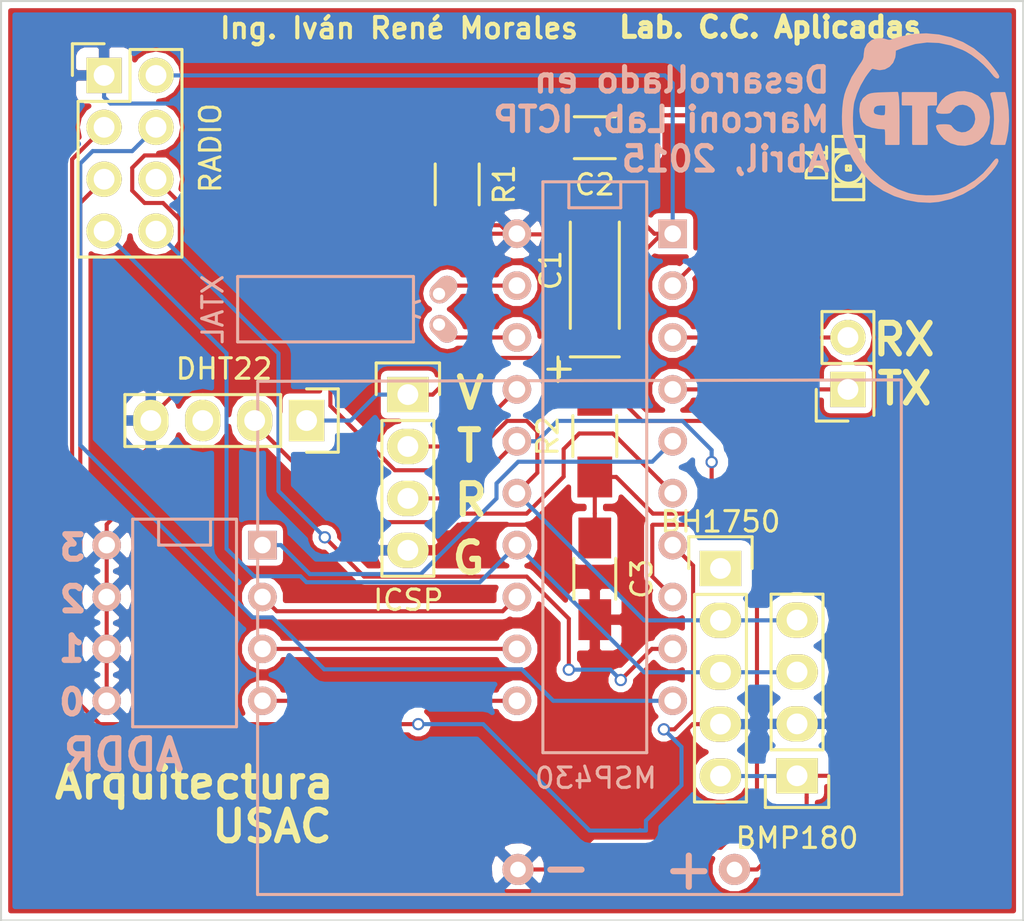
<source format=kicad_pcb>
(kicad_pcb (version 4) (host pcbnew "(after 2015-mar-04 BZR unknown)-product")
  (layers (0 F.Cu signal) (31 B.Cu signal) (34 B.Paste user) (35 F.Paste user) (36 B.SilkS user) (37 F.SilkS user) (38 B.Mask user) (39 F.Mask user) (44 Edge.Cuts user))
  (net 0 "")
  (net 1 GND)
  (net 2 VCC)
  (net 3 /RST)
  (net 4 "Net-(D1-Pad1)")
  (net 5 "Net-(D1-Pad2)")
  (net 6 /TX)
  (net 7 /RX)
  (net 8 /TST)
  (net 9 /CE)
  (net 10 /CS)
  (net 11 /SCLK)
  (net 12 /MOSI)
  (net 13 /MISO)
  (net 14 /IRQ)
  (net 15 /SW3)
  (net 16 /DHT22)
  (net 17 /SW0)
  (net 18 /SW1)
  (net 19 /SW2)
  (net 20 "Net-(U2-Pad18)")
  (net 21 "Net-(U2-Pad19)")
  (net 22 "Net-(U3-Pad1)")
  (net 23 "Net-(U5-Pad3)")
  (module Libraries:BAT_HOLDER_2xAA (layer B.Cu) (at 144.0446 93.539 270)
    (fp_text reference "2xAA BAT" hide)
    (fp_text value CONN_01X02)
    (fp_line (start -25.16 0.02) (end 0.02 0) (layer B.SilkS) (width 0.15))
    (fp_line (start 0.02 31.51) (end -25.1 31.5) (layer B.SilkS) (width 0.15))
    (fp_line (start -25.1 31.5) (end -25.17 0.01) (layer B.SilkS) (width 0.15))
    (fp_line (start 0.0148 31.4947) (end 0.0148 -0.0053) (layer B.SilkS) (width 0.15))
    (pad 1 thru_hole circle (at -1.21 8.18 270) (size 1.524 1.524) (drill 0.762) (layers *.Cu *.Mask B.SilkS) (net 2 VCC))
    (pad 2 thru_hole circle (at -1.21 18.77 270) (size 1.524 1.524) (drill 0.762) (layers *.Cu *.Mask B.SilkS) (net 1 GND))
  )
  (module LOGO (layer F.Cu) (at 145.2118 75.0951)
    (fp_text reference G*** hide)
    (fp_text value LOGO hide)
  )
  (module LOGO (layer F.Cu) (at 120.6627 89.5731)
    (fp_text reference G*** hide)
    (fp_text value LOGO hide)
  )
  (module LOGO (layer B.Cu) (at 145.3136 55.5499 180)
    (fp_text reference G*** hide)
    (fp_text value LOGO hide)
    (fp_poly (pts (xy 4.145367 0.068438) (xy 4.138854 -0.329625) (xy 4.108424 -0.695764) (xy 4.053719 -0.997805) (xy 4.048895 -1.016) (xy 3.857566 -1.552834) (xy 3.585386 -2.077501) (xy 3.248145 -2.565742) (xy 2.861632 -2.993299) (xy 2.628697 -3.197863) (xy 2.15181 -3.520424) (xy 1.618947 -3.777558) (xy 1.050771 -3.963617) (xy 0.467941 -4.072956) (xy -0.108881 -4.099928) (xy -0.531837 -4.06166) (xy -1.136611 -3.917451) (xy -1.717081 -3.68263) (xy -2.255875 -3.366181) (xy -2.735627 -2.977085) (xy -2.85149 -2.862081) (xy -3.079176 -2.614071) (xy -3.252491 -2.400465) (xy -3.366818 -2.228761) (xy -3.417543 -2.106454) (xy -3.400051 -2.041041) (xy -3.362502 -2.032) (xy -3.318132 -2.070053) (xy -3.230975 -2.171266) (xy -3.117436 -2.316225) (xy -3.079688 -2.366685) (xy -2.744633 -2.745605) (xy -2.332667 -3.091474) (xy -1.866938 -3.388889) (xy -1.370591 -3.622446) (xy -1.016 -3.740053) (xy -0.691267 -3.80204) (xy -0.308779 -3.833618) (xy 0.096521 -3.835218) (xy 0.489691 -3.807269) (xy 0.83579 -3.750202) (xy 0.9652 -3.715655) (xy 1.46783 -3.53035) (xy 1.903818 -3.301082) (xy 2.30506 -3.008643) (xy 2.618934 -2.719835) (xy 2.83413 -2.498293) (xy 2.994203 -2.313282) (xy 3.12111 -2.135139) (xy 3.236805 -1.934203) (xy 3.31606 -1.778) (xy 3.427536 -1.533578) (xy 3.529087 -1.279742) (xy 3.605518 -1.055828) (xy 3.630074 -0.9652) (xy 3.674328 -0.689985) (xy 3.699075 -0.352472) (xy 3.704294 0.011447) (xy 3.689967 0.365878) (xy 3.656071 0.674931) (xy 3.631071 0.804248) (xy 3.50557 1.201727) (xy 3.318567 1.618609) (xy 3.089853 2.013352) (xy 2.980044 2.170749) (xy 2.858748 2.329589) (xy 2.77617 2.419491) (xy 2.712717 2.454717) (xy 2.648796 2.449532) (xy 2.613698 2.437449) (xy 2.352278 2.386178) (xy 2.106313 2.425162) (xy 1.892794 2.543064) (xy 1.728713 2.728551) (xy 1.631062 2.970288) (xy 1.612647 3.105204) (xy 1.6002 3.3274) (xy 1.191977 3.490352) (xy 0.616979 3.667184) (xy 0.032973 3.743588) (xy -0.555639 3.719847) (xy -1.144453 3.596245) (xy -1.729066 3.373066) (xy -1.892977 3.291952) (xy -2.173796 3.120782) (xy -2.473516 2.896249) (xy -2.763156 2.643354) (xy -3.013733 2.387097) (xy -3.172184 2.188465) (xy -3.275025 2.064075) (xy -3.368329 1.990956) (xy -3.433948 1.97953) (xy -3.4544 2.026412) (xy -3.422597 2.100756) (xy -3.337233 2.23084) (xy -3.213378 2.39749) (xy -3.0661 2.581528) (xy -2.910467 2.763779) (xy -2.761549 2.925066) (xy -2.700086 2.986329) (xy -2.232887 3.366956) (xy -1.709573 3.670533) (xy -1.143036 3.894577) (xy -0.546166 4.036609) (xy 0.068143 4.094146) (xy 0.687001 4.064708) (xy 1.297517 3.945814) (xy 1.665195 3.826464) (xy 1.82482 3.777771) (xy 1.940104 3.778034) (xy 2.010485 3.802528) (xy 2.221572 3.854456) (xy 2.461362 3.848463) (xy 2.678682 3.787479) (xy 2.727739 3.761436) (xy 2.927292 3.593253) (xy 3.041434 3.378269) (xy 3.077294 3.125875) (xy 3.087256 2.981865) (xy 3.121237 2.859629) (xy 3.192915 2.726667) (xy 3.315969 2.550476) (xy 3.324117 2.539405) (xy 3.674904 1.985022) (xy 3.939287 1.395554) (xy 4.024988 1.132408) (xy 4.088076 0.83163) (xy 4.128322 0.466248) (xy 4.145367 0.068438) (xy 4.145367 0.068438)) (layer B.SilkS) (width 0.1))
    (fp_poly (pts (xy -0.456706 0.334496) (xy -0.519196 0.277626) (xy -0.670121 0.256131) (xy -0.7747 0.254322) (xy -0.951511 0.258096) (xy -1.057103 0.276454) (xy -1.121801 0.32062) (xy -1.175932 0.401822) (xy -1.176676 0.403129) (xy -1.326004 0.577975) (xy -1.515914 0.675058) (xy -1.726105 0.697952) (xy -1.936275 0.650233) (xy -2.126124 0.535474) (xy -2.27535 0.35725) (xy -2.344507 0.19751) (xy -2.377583 -0.054275) (xy -2.332197 -0.286058) (xy -2.222824 -0.484821) (xy -2.063943 -0.637548) (xy -1.870029 -0.731221) (xy -1.65556 -0.752826) (xy -1.435012 -0.689344) (xy -1.387543 -0.662928) (xy -1.26303 -0.568307) (xy -1.175168 -0.469113) (xy -1.169855 -0.459918) (xy -1.123809 -0.401967) (xy -1.046478 -0.370171) (xy -0.911156 -0.357279) (xy -0.785613 -0.3556) (xy -0.605629 -0.363206) (xy -0.489903 -0.383848) (xy -0.4572 -0.408423) (xy -0.490364 -0.527903) (xy -0.576008 -0.685724) (xy -0.693366 -0.849819) (xy -0.821672 -0.988121) (xy -0.846581 -1.009668) (xy -1.141677 -1.191398) (xy -1.476468 -1.294309) (xy -1.824161 -1.313548) (xy -2.152524 -1.246216) (xy -2.453953 -1.089131) (xy -2.69386 -0.864981) (xy -2.867733 -0.590798) (xy -2.971061 -0.283613) (xy -2.999334 0.039542) (xy -2.948042 0.361635) (xy -2.812673 0.665635) (xy -2.699769 0.820098) (xy -2.440591 1.048503) (xy -2.132201 1.198997) (xy -1.795548 1.267149) (xy -1.451583 1.24853) (xy -1.143 1.149227) (xy -0.915226 1.019147) (xy -0.738067 0.856934) (xy -0.576812 0.630218) (xy -0.564324 0.6096) (xy -0.474475 0.440551) (xy -0.456706 0.334496) (xy -0.456706 0.334496)) (layer B.SilkS) (width 0.1))
    (fp_poly (pts (xy -3.113987 1.176186) (xy -3.122187 1.1303) (xy -3.222377 0.774548) (xy -3.280229 0.358658) (xy -3.295742 -0.085148) (xy -3.268916 -0.524649) (xy -3.199751 -0.927624) (xy -3.122187 -1.1811) (xy -3.114481 -1.228847) (xy -3.150726 -1.255707) (xy -3.25046 -1.267486) (xy -3.421178 -1.27) (xy -3.754425 -1.27) (xy -3.807588 -1.0795) (xy -3.896149 -0.631607) (xy -3.932596 -0.134931) (xy -3.916903 0.372076) (xy -3.849045 0.850968) (xy -3.809004 1.019703) (xy -3.755284 1.2192) (xy -3.421607 1.2192) (xy -3.243575 1.216354) (xy -3.147545 1.203948) (xy -3.113987 1.176186) (xy -3.113987 1.176186)) (layer B.SilkS) (width 0.1))
    (fp_poly (pts (xy 1.2192 0.6604) (xy 0.9652 0.6604) (xy 0.7112 0.6604) (xy 0.7112 -0.3048) (xy 0.7112 -1.27) (xy 0.37898 -1.27) (xy 0.046761 -1.27) (xy 0.050891 -0.3683) (xy 0.052114 -0.072743) (xy 0.052954 0.189452) (xy 0.053373 0.400593) (xy 0.053335 0.542987) (xy 0.05291 0.5969) (xy 0.002853 0.640945) (xy -0.138495 0.659829) (xy -0.1778 0.6604) (xy -0.4064 0.6604) (xy -0.4064 0.9398) (xy -0.4064 1.2192) (xy 0.4064 1.2192) (xy 1.2192 1.2192) (xy 1.2192 0.9398) (xy 1.2192 0.6604) (xy 1.2192 0.6604)) (layer B.SilkS) (width 0.1))
    (fp_poly (pts (xy 3.292466 0.435646) (xy 3.289984 0.318048) (xy 3.245705 0.044354) (xy 3.142773 -0.167654) (xy 2.973475 -0.323409) (xy 2.730097 -0.428347) (xy 2.68809 -0.43604) (xy 2.68809 0.378663) (xy 2.645716 0.515225) (xy 2.608326 0.5675) (xy 2.500196 0.634327) (xy 2.323108 0.659734) (xy 2.278126 0.6604) (xy 2.032 0.6604) (xy 2.032 0.384725) (xy 2.038761 0.217419) (xy 2.063847 0.127042) (xy 2.114463 0.089535) (xy 2.1209 0.087838) (xy 2.265088 0.081503) (xy 2.44333 0.107904) (xy 2.597017 0.158116) (xy 2.6035 0.161343) (xy 2.67386 0.247423) (xy 2.68809 0.378663) (xy 2.68809 -0.43604) (xy 2.404925 -0.487901) (xy 2.1209 -0.505595) (xy 2.074986 -0.520004) (xy 2.048033 -0.57381) (xy 2.035288 -0.687505) (xy 2.032002 -0.881579) (xy 2.032 -0.889) (xy 2.032 -1.27) (xy 1.7272 -1.27) (xy 1.4224 -1.27) (xy 1.422959 -0.2159) (xy 1.42467 0.114605) (xy 1.42912 0.422356) (xy 1.435811 0.688502) (xy 1.444249 0.894193) (xy 1.453937 1.020578) (xy 1.455802 1.03361) (xy 1.488087 1.22902) (xy 2.128343 1.21141) (xy 2.413019 1.200921) (xy 2.617367 1.185631) (xy 2.762644 1.162421) (xy 2.870108 1.128171) (xy 2.940654 1.0922) (xy 3.135004 0.929777) (xy 3.250915 0.713937) (xy 3.292466 0.435646) (xy 3.292466 0.435646)) (layer B.SilkS) (width 0.1))
  )
  (module Pin_Headers:Pin_Header_Straight_1x05 (layer F.Cu) (at 135.1788 77.597)
    (fp_text reference BH1750 (at 0 -2.286) (layer F.SilkS))
    (fp_text value BH1750)
    (fp_line (start -1.55 0) (end -1.55 -1.55) (layer F.SilkS) (width 0.15))
    (fp_line (start -1.55 -1.55) (end 1.55 -1.55) (layer F.SilkS) (width 0.15))
    (fp_line (start 1.55 -1.55) (end 1.55 0) (layer F.SilkS) (width 0.15))
    (fp_line (start 1.27 1.27) (end 1.27 11.43) (layer F.SilkS) (width 0.15))
    (fp_line (start 1.27 11.43) (end -1.27 11.43) (layer F.SilkS) (width 0.15))
    (fp_line (start -1.27 11.43) (end -1.27 1.27) (layer F.SilkS) (width 0.15))
    (fp_line (start 1.27 1.27) (end -1.27 1.27) (layer F.SilkS) (width 0.15))
    (pad 1 thru_hole rect (at 0 0) (size 2.032 1.7272) (drill 1.016) (layers *.Cu *.Mask F.SilkS) (net 22 "Net-(U3-Pad1)"))
    (pad 2 thru_hole oval (at 0 2.54) (size 2.032 1.7272) (drill 1.016) (layers *.Cu *.Mask F.SilkS) (net 12 /MOSI))
    (pad 3 thru_hole oval (at 0 5.08) (size 2.032 1.7272) (drill 1.016) (layers *.Cu *.Mask F.SilkS) (net 13 /MISO))
    (pad 4 thru_hole oval (at 0 7.62) (size 2.032 1.7272) (drill 1.016) (layers *.Cu *.Mask F.SilkS) (net 1 GND))
    (pad 5 thru_hole oval (at 0 10.16) (size 2.032 1.7272) (drill 1.016) (layers *.Cu *.Mask F.SilkS) (net 2 VCC))
  )
  (module Capacitors_Tantalum_SMD:TantalC_SizeA_EIA-3216_HandSoldering (layer F.Cu) (at 129.032 63.246 90)
    (fp_text reference C1 (at 0.2413 -2.159 90) (layer F.SilkS))
    (fp_text value 1uF)
    (fp_text user + (at -4.59994 -1.80086 90) (layer F.SilkS))
    (fp_line (start -2.60096 1.19888) (end 2.60096 1.19888) (layer F.SilkS) (width 0.15))
    (fp_line (start 2.60096 -1.19888) (end -2.60096 -1.19888) (layer F.SilkS) (width 0.15))
    (fp_line (start -4.59994 -2.2987) (end -4.59994 -1.19888) (layer F.SilkS) (width 0.15))
    (fp_line (start -5.19938 -1.79832) (end -4.0005 -1.79832) (layer F.SilkS) (width 0.15))
    (fp_line (start -3.99542 -1.19888) (end -3.99542 1.19888) (layer F.SilkS) (width 0.15))
    (pad 2 smd rect (at 1.99898 0 90) (size 2.99974 1.50114) (layers F.Cu F.Paste F.Mask) (net 1 GND))
    (pad 1 smd rect (at -1.99898 0 90) (size 2.99974 1.50114) (layers F.Cu F.Paste F.Mask) (net 2 VCC))
  )
  (module Capacitors_SMD:C_1206_HandSoldering (layer F.Cu) (at 129.032 56.515 180)
    (fp_text reference C2 (at 0 -2.3 180) (layer F.SilkS))
    (fp_text value 100nF)
    (fp_line (start 1 -1.025) (end -1 -1.025) (layer F.SilkS) (width 0.15))
    (fp_line (start -1 1.025) (end 1 1.025) (layer F.SilkS) (width 0.15))
    (pad 1 smd rect (at -2 0 180) (size 2 1.6) (layers F.Cu F.Paste F.Mask) (net 2 VCC))
    (pad 2 smd rect (at 2 0 180) (size 2 1.6) (layers F.Cu F.Paste F.Mask) (net 1 GND))
  )
  (module Capacitors_SMD:C_1206_HandSoldering (layer F.Cu) (at 129.032 78.105 270)
    (fp_text reference C3 (at 0 -2.3 270) (layer F.SilkS))
    (fp_text value 10nF)
    (fp_line (start 1 -1.025) (end -1 -1.025) (layer F.SilkS) (width 0.15))
    (fp_line (start -1 1.025) (end 1 1.025) (layer F.SilkS) (width 0.15))
    (pad 1 smd rect (at -2 0 270) (size 2 1.6) (layers F.Cu F.Paste F.Mask) (net 3 /RST))
    (pad 2 smd rect (at 2 0 270) (size 2 1.6) (layers F.Cu F.Paste F.Mask) (net 1 GND))
  )
  (module LEDs:LED-1206 (layer F.Cu) (at 141.4399 58.0009 90)
    (fp_text reference D1 (at 0.254 -1.524 90) (layer F.SilkS))
    (fp_text value LED)
    (fp_line (start -0.09906 0.09906) (end 0.09906 0.09906) (layer F.SilkS) (width 0.15))
    (fp_line (start 0.09906 0.09906) (end 0.09906 -0.09906) (layer F.SilkS) (width 0.15))
    (fp_line (start -0.09906 -0.09906) (end 0.09906 -0.09906) (layer F.SilkS) (width 0.15))
    (fp_line (start -0.09906 0.09906) (end -0.09906 -0.09906) (layer F.SilkS) (width 0.15))
    (fp_line (start 0.44958 0.6985) (end 0.79756 0.6985) (layer F.SilkS) (width 0.15))
    (fp_line (start 0.79756 0.6985) (end 0.79756 0.44958) (layer F.SilkS) (width 0.15))
    (fp_line (start 0.44958 0.44958) (end 0.79756 0.44958) (layer F.SilkS) (width 0.15))
    (fp_line (start 0.44958 0.6985) (end 0.44958 0.44958) (layer F.SilkS) (width 0.15))
    (fp_line (start 0.79756 0.6985) (end 0.89916 0.6985) (layer F.SilkS) (width 0.15))
    (fp_line (start 0.89916 0.6985) (end 0.89916 -0.49784) (layer F.SilkS) (width 0.15))
    (fp_line (start 0.79756 -0.49784) (end 0.89916 -0.49784) (layer F.SilkS) (width 0.15))
    (fp_line (start 0.79756 0.6985) (end 0.79756 -0.49784) (layer F.SilkS) (width 0.15))
    (fp_line (start 0.79756 -0.54864) (end 0.89916 -0.54864) (layer F.SilkS) (width 0.15))
    (fp_line (start 0.89916 -0.54864) (end 0.89916 -0.6985) (layer F.SilkS) (width 0.15))
    (fp_line (start 0.79756 -0.6985) (end 0.89916 -0.6985) (layer F.SilkS) (width 0.15))
    (fp_line (start 0.79756 -0.54864) (end 0.79756 -0.6985) (layer F.SilkS) (width 0.15))
    (fp_line (start -0.89916 0.6985) (end -0.79756 0.6985) (layer F.SilkS) (width 0.15))
    (fp_line (start -0.79756 0.6985) (end -0.79756 -0.49784) (layer F.SilkS) (width 0.15))
    (fp_line (start -0.89916 -0.49784) (end -0.79756 -0.49784) (layer F.SilkS) (width 0.15))
    (fp_line (start -0.89916 0.6985) (end -0.89916 -0.49784) (layer F.SilkS) (width 0.15))
    (fp_line (start -0.89916 -0.54864) (end -0.79756 -0.54864) (layer F.SilkS) (width 0.15))
    (fp_line (start -0.79756 -0.54864) (end -0.79756 -0.6985) (layer F.SilkS) (width 0.15))
    (fp_line (start -0.89916 -0.6985) (end -0.79756 -0.6985) (layer F.SilkS) (width 0.15))
    (fp_line (start -0.89916 -0.54864) (end -0.89916 -0.6985) (layer F.SilkS) (width 0.15))
    (fp_line (start 0.44958 0.6985) (end 0.59944 0.6985) (layer F.SilkS) (width 0.15))
    (fp_line (start 0.59944 0.6985) (end 0.59944 0.44958) (layer F.SilkS) (width 0.15))
    (fp_line (start 0.44958 0.44958) (end 0.59944 0.44958) (layer F.SilkS) (width 0.15))
    (fp_line (start 0.44958 0.6985) (end 0.44958 0.44958) (layer F.SilkS) (width 0.15))
    (fp_line (start 1.5494 0.7493) (end -1.5494 0.7493) (layer F.SilkS) (width 0.15))
    (fp_line (start -1.5494 0.7493) (end -1.5494 -0.7493) (layer F.SilkS) (width 0.15))
    (fp_line (start -1.5494 -0.7493) (end 1.5494 -0.7493) (layer F.SilkS) (width 0.15))
    (fp_line (start 1.5494 -0.7493) (end 1.5494 0.7493) (layer F.SilkS) (width 0.15))
    (fp_arc (start 0 0) (end 0.54864 0.49784) (angle 95.4) (layer F.SilkS) (width 0.15))
    (fp_arc (start 0 0) (end -0.54864 0.49784) (angle 84.5) (layer F.SilkS) (width 0.15))
    (fp_arc (start 0 0) (end -0.54864 -0.49784) (angle 95.4) (layer F.SilkS) (width 0.15))
    (fp_arc (start 0 0) (end 0.54864 -0.49784) (angle 84.5) (layer F.SilkS) (width 0.15))
    (pad 1 smd rect (at -1.41986 0 90) (size 1.59766 1.80086) (layers F.Cu F.Paste F.Mask) (net 4 "Net-(D1-Pad1)"))
    (pad 2 smd rect (at 1.41986 0 90) (size 1.59766 1.80086) (layers F.Cu F.Paste F.Mask) (net 5 "Net-(D1-Pad2)"))
  )
  (module Pin_Headers:Pin_Header_Straight_2x01 (layer F.Cu) (at 141.4145 68.834 90)
    (fp_text reference "" (at 2.4003 2.2225 90) (layer F.SilkS))
    (fp_text value CONN_01X02)
    (fp_line (start -1.55 0) (end -1.55 -1.55) (layer F.SilkS) (width 0.15))
    (fp_line (start 0 -1.55) (end -1.55 -1.55) (layer F.SilkS) (width 0.15))
    (fp_line (start -1.27 1.27) (end 1.27 1.27) (layer F.SilkS) (width 0.15))
    (fp_line (start 3.81 -1.27) (end 1.27 -1.27) (layer F.SilkS) (width 0.15))
    (fp_line (start 1.27 -1.27) (end 1.27 1.27) (layer F.SilkS) (width 0.15))
    (fp_line (start 1.27 1.27) (end 3.81 1.27) (layer F.SilkS) (width 0.15))
    (fp_line (start 3.81 1.27) (end 3.81 -1.27) (layer F.SilkS) (width 0.15))
    (pad 1 thru_hole rect (at 0 0 90) (size 1.7272 1.7272) (drill 1.016) (layers *.Cu *.Mask F.SilkS) (net 6 /TX))
    (pad 2 thru_hole oval (at 2.54 0 90) (size 1.7272 1.7272) (drill 1.016) (layers *.Cu *.Mask F.SilkS) (net 7 /RX))
  )
  (module Pin_Headers:Pin_Header_Straight_1x04 (layer F.Cu) (at 119.888 69.088)
    (fp_text reference ICSP (at 0.0256 10.0585) (layer F.SilkS))
    (fp_text value ICSP)
    (fp_line (start -1.27 1.27) (end -1.27 8.89) (layer F.SilkS) (width 0.15))
    (fp_line (start 1.27 1.27) (end 1.27 8.89) (layer F.SilkS) (width 0.15))
    (fp_line (start 1.55 -1.55) (end 1.55 0) (layer F.SilkS) (width 0.15))
    (fp_line (start -1.27 8.89) (end 1.27 8.89) (layer F.SilkS) (width 0.15))
    (fp_line (start 1.27 1.27) (end -1.27 1.27) (layer F.SilkS) (width 0.15))
    (fp_line (start -1.55 0) (end -1.55 -1.55) (layer F.SilkS) (width 0.15))
    (fp_line (start -1.55 -1.55) (end 1.55 -1.55) (layer F.SilkS) (width 0.15))
    (pad 1 thru_hole rect (at 0 0) (size 2.032 1.7272) (drill 1.016) (layers *.Cu *.Mask F.SilkS) (net 2 VCC))
    (pad 2 thru_hole oval (at 0 2.54) (size 2.032 1.7272) (drill 1.016) (layers *.Cu *.Mask F.SilkS) (net 8 /TST))
    (pad 3 thru_hole oval (at 0 5.08) (size 2.032 1.7272) (drill 1.016) (layers *.Cu *.Mask F.SilkS) (net 3 /RST))
    (pad 4 thru_hole oval (at 0 7.62) (size 2.032 1.7272) (drill 1.016) (layers *.Cu *.Mask F.SilkS) (net 1 GND))
  )
  (module Resistors_SMD:R_1206_HandSoldering (layer F.Cu) (at 122.301 58.801 270)
    (fp_text reference R1 (at 0 -2.3 270) (layer F.SilkS))
    (fp_text value 470)
    (fp_line (start 1 1.075) (end -1 1.075) (layer F.SilkS) (width 0.15))
    (fp_line (start -1 -1.075) (end 1 -1.075) (layer F.SilkS) (width 0.15))
    (pad 1 smd rect (at -2 0 270) (size 2 1.7) (layers F.Cu F.Paste F.Mask) (net 5 "Net-(D1-Pad2)"))
    (pad 2 smd rect (at 2 0 270) (size 2 1.7) (layers F.Cu F.Paste F.Mask) (net 1 GND))
  )
  (module Resistors_SMD:R_1206_HandSoldering (layer F.Cu) (at 129.032 71.12 90)
    (fp_text reference R2 (at 0 -2.3 90) (layer F.SilkS))
    (fp_text value 47k)
    (fp_line (start 1 1.075) (end -1 1.075) (layer F.SilkS) (width 0.15))
    (fp_line (start -1 -1.075) (end 1 -1.075) (layer F.SilkS) (width 0.15))
    (pad 1 smd rect (at -2 0 90) (size 2 1.7) (layers F.Cu F.Paste F.Mask) (net 3 /RST))
    (pad 2 smd rect (at 2 0 90) (size 2 1.7) (layers F.Cu F.Paste F.Mask) (net 2 VCC))
  )
  (module Pin_Headers:Pin_Header_Straight_2x04 (layer F.Cu) (at 105.029 53.467)
    (fp_text reference RADIO (at 5.207 3.556 90) (layer F.SilkS))
    (fp_text value NRF24L01+)
    (fp_line (start -1.27 1.27) (end -1.27 8.89) (layer F.SilkS) (width 0.15))
    (fp_line (start -1.27 8.89) (end 3.81 8.89) (layer F.SilkS) (width 0.15))
    (fp_line (start 3.81 8.89) (end 3.81 -1.27) (layer F.SilkS) (width 0.15))
    (fp_line (start 3.81 -1.27) (end 1.27 -1.27) (layer F.SilkS) (width 0.15))
    (fp_line (start 0 -1.55) (end -1.55 -1.55) (layer F.SilkS) (width 0.15))
    (fp_line (start 1.27 -1.27) (end 1.27 1.27) (layer F.SilkS) (width 0.15))
    (fp_line (start 1.27 1.27) (end -1.27 1.27) (layer F.SilkS) (width 0.15))
    (fp_line (start -1.55 -1.55) (end -1.55 0) (layer F.SilkS) (width 0.15))
    (pad 1 thru_hole rect (at 0 0) (size 1.7272 1.7272) (drill 1.016) (layers *.Cu *.Mask F.SilkS) (net 1 GND))
    (pad 2 thru_hole oval (at 2.54 0) (size 1.7272 1.7272) (drill 1.016) (layers *.Cu *.Mask F.SilkS) (net 2 VCC))
    (pad 3 thru_hole oval (at 0 2.54) (size 1.7272 1.7272) (drill 1.016) (layers *.Cu *.Mask F.SilkS) (net 9 /CE))
    (pad 4 thru_hole oval (at 2.54 2.54) (size 1.7272 1.7272) (drill 1.016) (layers *.Cu *.Mask F.SilkS) (net 10 /CS))
    (pad 5 thru_hole oval (at 0 5.08) (size 1.7272 1.7272) (drill 1.016) (layers *.Cu *.Mask F.SilkS) (net 11 /SCLK))
    (pad 6 thru_hole oval (at 2.54 5.08) (size 1.7272 1.7272) (drill 1.016) (layers *.Cu *.Mask F.SilkS) (net 12 /MOSI))
    (pad 7 thru_hole oval (at 0 7.62) (size 1.7272 1.7272) (drill 1.016) (layers *.Cu *.Mask F.SilkS) (net 13 /MISO))
    (pad 8 thru_hole oval (at 2.54 7.62) (size 1.7272 1.7272) (drill 1.016) (layers *.Cu *.Mask F.SilkS) (net 14 /IRQ))
  )
  (module Pin_Headers:Pin_Header_Straight_1x04 (layer F.Cu) (at 138.9253 87.7443 180)
    (fp_text reference BMP180 (at 0 -3.048 180) (layer F.SilkS))
    (fp_text value BMP180)
    (fp_line (start -1.27 1.27) (end -1.27 8.89) (layer F.SilkS) (width 0.15))
    (fp_line (start 1.27 1.27) (end 1.27 8.89) (layer F.SilkS) (width 0.15))
    (fp_line (start 1.55 -1.55) (end 1.55 0) (layer F.SilkS) (width 0.15))
    (fp_line (start -1.27 8.89) (end 1.27 8.89) (layer F.SilkS) (width 0.15))
    (fp_line (start 1.27 1.27) (end -1.27 1.27) (layer F.SilkS) (width 0.15))
    (fp_line (start -1.55 0) (end -1.55 -1.55) (layer F.SilkS) (width 0.15))
    (fp_line (start -1.55 -1.55) (end 1.55 -1.55) (layer F.SilkS) (width 0.15))
    (pad 1 thru_hole rect (at 0 0 180) (size 2.032 1.7272) (drill 1.016) (layers *.Cu *.Mask F.SilkS) (net 2 VCC))
    (pad 2 thru_hole oval (at 0 2.54 180) (size 2.032 1.7272) (drill 1.016) (layers *.Cu *.Mask F.SilkS) (net 1 GND))
    (pad 3 thru_hole oval (at 0 5.08 180) (size 2.032 1.7272) (drill 1.016) (layers *.Cu *.Mask F.SilkS) (net 13 /MISO))
    (pad 4 thru_hole oval (at 0 7.62 180) (size 2.032 1.7272) (drill 1.016) (layers *.Cu *.Mask F.SilkS) (net 12 /MOSI))
  )
  (module Pin_Headers:Pin_Header_Straight_1x04 (layer F.Cu) (at 114.935 70.358 270)
    (fp_text reference DHT22 (at -2.5273 4.0386 360) (layer F.SilkS))
    (fp_text value DHT11)
    (fp_line (start -1.27 1.27) (end -1.27 8.89) (layer F.SilkS) (width 0.15))
    (fp_line (start 1.27 1.27) (end 1.27 8.89) (layer F.SilkS) (width 0.15))
    (fp_line (start 1.55 -1.55) (end 1.55 0) (layer F.SilkS) (width 0.15))
    (fp_line (start -1.27 8.89) (end 1.27 8.89) (layer F.SilkS) (width 0.15))
    (fp_line (start 1.27 1.27) (end -1.27 1.27) (layer F.SilkS) (width 0.15))
    (fp_line (start -1.55 0) (end -1.55 -1.55) (layer F.SilkS) (width 0.15))
    (fp_line (start -1.55 -1.55) (end 1.55 -1.55) (layer F.SilkS) (width 0.15))
    (pad 1 thru_hole rect (at 0 0 270) (size 2.032 1.7272) (drill 1.016) (layers *.Cu *.Mask F.SilkS) (net 2 VCC))
    (pad 2 thru_hole oval (at 0 2.54 270) (size 2.032 1.7272) (drill 1.016) (layers *.Cu *.Mask F.SilkS) (net 16 /DHT22))
    (pad 3 thru_hole oval (at 0 5.08 270) (size 2.032 1.7272) (drill 1.016) (layers *.Cu *.Mask F.SilkS) (net 23 "Net-(U5-Pad3)"))
    (pad 4 thru_hole oval (at 0 7.62 270) (size 2.032 1.7272) (drill 1.016) (layers *.Cu *.Mask F.SilkS) (net 1 GND))
  )
  (module Housings_DIP:DIP-8__300 (layer B.Cu) (at 108.966 80.264 270)
    (fp_text reference "" (at -6.35 0 360) (layer B.SilkS) (effects (justify mirror)))
    (fp_text value DIP_SW_4)
    (fp_line (start -5.08 1.27) (end -3.81 1.27) (layer B.SilkS) (width 0.15))
    (fp_line (start -3.81 1.27) (end -3.81 -1.27) (layer B.SilkS) (width 0.15))
    (fp_line (start -3.81 -1.27) (end -5.08 -1.27) (layer B.SilkS) (width 0.15))
    (fp_line (start -5.08 2.54) (end 5.08 2.54) (layer B.SilkS) (width 0.15))
    (fp_line (start 5.08 2.54) (end 5.08 -2.54) (layer B.SilkS) (width 0.15))
    (fp_line (start 5.08 -2.54) (end -5.08 -2.54) (layer B.SilkS) (width 0.15))
    (fp_line (start -5.08 -2.54) (end -5.08 2.54) (layer B.SilkS) (width 0.15))
    (pad 1 thru_hole rect (at -3.81 -3.81 270) (size 1.397 1.397) (drill 0.8128) (layers *.Cu *.Mask B.SilkS) (net 15 /SW3))
    (pad 2 thru_hole circle (at -1.27 -3.81 270) (size 1.397 1.397) (drill 0.8128) (layers *.Cu *.Mask B.SilkS) (net 19 /SW2))
    (pad 3 thru_hole circle (at 1.27 -3.81 270) (size 1.397 1.397) (drill 0.8128) (layers *.Cu *.Mask B.SilkS) (net 18 /SW1))
    (pad 4 thru_hole circle (at 3.81 -3.81 270) (size 1.397 1.397) (drill 0.8128) (layers *.Cu *.Mask B.SilkS) (net 17 /SW0))
    (pad 5 thru_hole circle (at 3.81 3.81 270) (size 1.397 1.397) (drill 0.8128) (layers *.Cu *.Mask B.SilkS) (net 1 GND))
    (pad 6 thru_hole circle (at 1.27 3.81 270) (size 1.397 1.397) (drill 0.8128) (layers *.Cu *.Mask B.SilkS) (net 1 GND))
    (pad 7 thru_hole circle (at -1.27 3.81 270) (size 1.397 1.397) (drill 0.8128) (layers *.Cu *.Mask B.SilkS) (net 1 GND))
    (pad 8 thru_hole circle (at -3.81 3.81 270) (size 1.397 1.397) (drill 0.8128) (layers *.Cu *.Mask B.SilkS) (net 1 GND))
  )
  (module Crystals:Crystal_Round_Horizontal_3mm_BigPad (layer B.Cu) (at 121.412 64.9097 270)
    (fp_text reference XTAL (at 0 11.0617 270) (layer B.SilkS) (effects (justify mirror)))
    (fp_text value Crystal)
    (fp_line (start 1.6002 1.24968) (end 1.6002 9.85012) (layer B.SilkS) (width 0.15))
    (fp_line (start 1.6002 9.85012) (end -1.6002 9.85012) (layer B.SilkS) (width 0.15))
    (fp_line (start -1.6002 9.85012) (end -1.6002 1.24968) (layer B.SilkS) (width 0.15))
    (fp_line (start -0.8509 1.24968) (end -1.6002 1.24968) (layer B.SilkS) (width 0.15))
    (fp_line (start 0.89916 1.24968) (end 1.6002 1.24968) (layer B.SilkS) (width 0.15))
    (fp_line (start -0.29972 1.24968) (end -0.39878 0.94996) (layer B.SilkS) (width 0.15))
    (fp_line (start 0.29972 1.24968) (end 0.39878 0.94996) (layer B.SilkS) (width 0.15))
    (fp_line (start 0.89916 1.24968) (end -0.89916 1.24968) (layer B.SilkS) (width 0.15))
    (pad 1 thru_hole oval (at -0.7493 0 225) (size 1.50114 1.00076) (drill 0.59944 (offset -0.29972 0)) (layers *.Cu *.Mask B.SilkS) (net 21 "Net-(U2-Pad19)"))
    (pad 2 thru_hole oval (at 0.7493 0 315) (size 1.50114 1.00076) (drill 0.59944 (offset 0.29972 0)) (layers *.Cu *.Mask B.SilkS) (net 20 "Net-(U2-Pad18)"))
  )
  (module Housings_DIP:DIP-20__300 (layer B.Cu) (at 129.032 72.644 270)
    (fp_text reference MSP430 (at 15.2147 -0.051 360) (layer B.SilkS) (effects (justify mirror)))
    (fp_text value MSP430G2553)
    (fp_line (start -13.97 1.27) (end -12.7 1.27) (layer B.SilkS) (width 0.15))
    (fp_line (start -12.7 1.27) (end -12.7 -1.27) (layer B.SilkS) (width 0.15))
    (fp_line (start -12.7 -1.27) (end -13.97 -1.27) (layer B.SilkS) (width 0.15))
    (fp_line (start -13.97 2.54) (end 13.97 2.54) (layer B.SilkS) (width 0.15))
    (fp_line (start 13.97 2.54) (end 13.97 -2.54) (layer B.SilkS) (width 0.15))
    (fp_line (start 13.97 -2.54) (end -13.97 -2.54) (layer B.SilkS) (width 0.15))
    (fp_line (start -13.97 -2.54) (end -13.97 2.54) (layer B.SilkS) (width 0.15))
    (pad 1 thru_hole rect (at -11.43 -3.81 270) (size 1.397 1.397) (drill 0.8128) (layers *.Cu *.Mask B.SilkS) (net 2 VCC))
    (pad 2 thru_hole circle (at -8.89 -3.81 270) (size 1.397 1.397) (drill 0.8128) (layers *.Cu *.Mask B.SilkS) (net 4 "Net-(D1-Pad1)"))
    (pad 3 thru_hole circle (at -6.35 -3.81 270) (size 1.397 1.397) (drill 0.8128) (layers *.Cu *.Mask B.SilkS) (net 7 /RX))
    (pad 4 thru_hole circle (at -3.81 -3.81 270) (size 1.397 1.397) (drill 0.8128) (layers *.Cu *.Mask B.SilkS) (net 6 /TX))
    (pad 5 thru_hole circle (at -1.27 -3.81 270) (size 1.397 1.397) (drill 0.8128) (layers *.Cu *.Mask B.SilkS) (net 15 /SW3))
    (pad 6 thru_hole circle (at 1.27 -3.81 270) (size 1.397 1.397) (drill 0.8128) (layers *.Cu *.Mask B.SilkS) (net 16 /DHT22))
    (pad 7 thru_hole circle (at 3.81 -3.81 270) (size 1.397 1.397) (drill 0.8128) (layers *.Cu *.Mask B.SilkS) (net 11 /SCLK))
    (pad 8 thru_hole circle (at 6.35 -3.81 270) (size 1.397 1.397) (drill 0.8128) (layers *.Cu *.Mask B.SilkS) (net 9 /CE))
    (pad 9 thru_hole circle (at 8.89 -3.81 270) (size 1.397 1.397) (drill 0.8128) (layers *.Cu *.Mask B.SilkS) (net 14 /IRQ))
    (pad 10 thru_hole circle (at 11.43 -3.81 270) (size 1.397 1.397) (drill 0.8128) (layers *.Cu *.Mask B.SilkS) (net 10 /CS))
    (pad 11 thru_hole circle (at 11.43 3.81 270) (size 1.397 1.397) (drill 0.8128) (layers *.Cu *.Mask B.SilkS) (net 17 /SW0))
    (pad 12 thru_hole circle (at 8.89 3.81 270) (size 1.397 1.397) (drill 0.8128) (layers *.Cu *.Mask B.SilkS) (net 18 /SW1))
    (pad 13 thru_hole circle (at 6.35 3.81 270) (size 1.397 1.397) (drill 0.8128) (layers *.Cu *.Mask B.SilkS) (net 19 /SW2))
    (pad 14 thru_hole circle (at 3.81 3.81 270) (size 1.397 1.397) (drill 0.8128) (layers *.Cu *.Mask B.SilkS) (net 13 /MISO))
    (pad 15 thru_hole circle (at 1.27 3.81 270) (size 1.397 1.397) (drill 0.8128) (layers *.Cu *.Mask B.SilkS) (net 12 /MOSI))
    (pad 16 thru_hole circle (at -1.27 3.81 270) (size 1.397 1.397) (drill 0.8128) (layers *.Cu *.Mask B.SilkS) (net 3 /RST))
    (pad 17 thru_hole circle (at -3.81 3.81 270) (size 1.397 1.397) (drill 0.8128) (layers *.Cu *.Mask B.SilkS) (net 8 /TST))
    (pad 18 thru_hole circle (at -6.35 3.81 270) (size 1.397 1.397) (drill 0.8128) (layers *.Cu *.Mask B.SilkS) (net 20 "Net-(U2-Pad18)"))
    (pad 19 thru_hole circle (at -8.89 3.81 270) (size 1.397 1.397) (drill 0.8128) (layers *.Cu *.Mask B.SilkS) (net 21 "Net-(U2-Pad19)"))
    (pad 20 thru_hole circle (at -11.43 3.81 270) (size 1.397 1.397) (drill 0.8128) (layers *.Cu *.Mask B.SilkS) (net 1 GND))
  )
  (gr_text "Desarrollado en\nMarconi Lab, ICTP\nAbril, 2015" (at 140.6527 55.6261) (layer B.SilkS) (effects (font (size 1.2 1.2) (thickness 0.25)) (justify left mirror)))
  (gr_text "Ing. Iván René Morales" (at 119.4562 51.1556) (layer F.SilkS) (effects (font (size 1 1) (thickness 0.2))))
  (gr_text - (at 127.6223 92.1893) (layer B.SilkS) (effects (font (size 2 2) (thickness 0.3)) (justify mirror)))
  (gr_text + (at 133.6294 92.2655) (layer B.SilkS) (effects (font (size 2 2) (thickness 0.3)) (justify mirror)))
  (gr_text ADDR (at 102.8827 86.7283) (layer B.SilkS) (effects (font (size 1.5 1.5) (thickness 0.3)) (justify right mirror)))
  (gr_text 3 (at 103.4796 76.581) (layer B.SilkS) (effects (font (size 1.2 1.2) (thickness 0.3)) (justify mirror)))
  (gr_text 2 (at 103.4796 79.1083) (layer B.SilkS) (effects (font (size 1.2 1.2) (thickness 0.3)) (justify mirror)))
  (gr_text 1 (at 103.4415 81.534) (layer B.SilkS) (effects (font (size 1.2 1.2) (thickness 0.3)) (justify mirror)))
  (gr_text 0 (at 103.4542 84.1502) (layer B.SilkS) (effects (font (size 1.2 1.2) (thickness 0.3)) (justify mirror)))
  (gr_text "Lab. C.C. Aplicadas" (at 137.6172 51.1048) (layer F.SilkS) (effects (font (size 1 1) (thickness 0.25))))
  (gr_text USAC (at 116.332 90.2208) (layer F.SilkS) (effects (font (size 1.5 1.5) (thickness 0.3)) (justify right)))
  (gr_text Arquitectura (at 116.4209 88.0872) (layer F.SilkS) (effects (font (size 1.5 1.5) (thickness 0.3)) (justify right)))
  (gr_text TX (at 144.1833 68.796) (layer F.SilkS) (effects (font (size 1.5 1.5) (thickness 0.3))))
  (gr_text RX (at 144.1579 66.3957) (layer F.SilkS) (effects (font (size 1.5 1.5) (thickness 0.3))))
  (gr_text G (at 121.9075 77.0891) (layer F.SilkS) (effects (font (size 1.5 1.5) (thickness 0.3)) (justify left)))
  (gr_text R (at 122.0218 74.2443) (layer F.SilkS) (effects (font (size 1.5 1.5) (thickness 0.3)) (justify left)))
  (gr_text T (at 122.1234 71.6027) (layer F.SilkS) (effects (font (size 1.5 1.5) (thickness 0.3)) (justify left)))
  (gr_text V (at 122.098 69.0119) (layer F.SilkS) (effects (font (size 1.5 1.5) (thickness 0.3)) (justify left)))
  (gr_line (start 99.9875 94.826) (end 99.9875 49.826) (layer Edge.Cuts) (width 0.1))
  (gr_line (start 149.9875 94.826) (end 99.9875 94.826) (layer Edge.Cuts) (width 0.1))
  (gr_line (start 149.9875 49.826) (end 149.9875 94.826) (layer Edge.Cuts) (width 0.1))
  (gr_line (start 99.9875 49.826) (end 149.9875 49.826) (layer Edge.Cuts) (width 0.1))
  (segment (start 133.8202 85.217) (end 135.1788 85.217) (width 0.2) (layer F.Cu) (net 1))
  (segment (start 135.1788 85.217) (end 138.9126 85.217) (width 0.2) (layer B.Cu) (net 1))
  (segment (start 139.3825 85.217) (end 139.3952 85.2043) (width 0.2) (layer B.Cu) (net 1))
  (segment (start 139.3333 85.217) (end 139.346 85.2043) (width 0.2) (layer F.Cu) (net 1))
  (segment (start 132.461 86.5762) (end 133.8202 85.217) (width 0.2) (layer F.Cu) (net 1))
  (segment (start 132.461 87.249) (end 132.461 86.5762) (width 0.2) (layer F.Cu) (net 1))
  (segment (start 105.029 53.467) (end 105.029 54.5306) (width 0.2) (layer B.Cu) (net 1))
  (segment (start 105.029 54.5306) (end 105.341799 54.843399) (width 0.2) (layer B.Cu) (net 1))
  (segment (start 105.341799 54.843399) (end 118.851399 54.843399) (width 0.2) (layer B.Cu) (net 1))
  (segment (start 118.851399 54.843399) (end 124.523501 60.515501) (width 0.2) (layer B.Cu) (net 1))
  (segment (start 124.523501 60.515501) (end 125.222 61.214) (width 0.2) (layer B.Cu) (net 1))
  (segment (start 132.461 87.249) (end 127.381 92.329) (width 0.2) (layer F.Cu) (net 1))
  (segment (start 127.381 92.329) (end 125.3 92.329) (width 0.2) (layer F.Cu) (net 1))
  (segment (start 107.315 70.358) (end 107.315 71.574) (width 0.2) (layer F.Cu) (net 1))
  (segment (start 107.315 71.574) (end 106.045 72.844) (width 0.2) (layer F.Cu) (net 1))
  (segment (start 106.045 72.844) (end 106.045 74.549) (width 0.2) (layer F.Cu) (net 1))
  (segment (start 115.824 74.549) (end 117.983 76.708) (width 0.2) (layer F.Cu) (net 1))
  (segment (start 117.983 76.708) (end 119.888 76.708) (width 0.2) (layer F.Cu) (net 1))
  (segment (start 106.045 74.549) (end 115.824 74.549) (width 0.2) (layer F.Cu) (net 1))
  (segment (start 105.156 75.438) (end 106.045 74.549) (width 0.2) (layer F.Cu) (net 1))
  (segment (start 105.156 76.454) (end 105.156 75.438) (width 0.2) (layer F.Cu) (net 1))
  (segment (start 105.156 78.994) (end 105.156 76.454) (width 0.2) (layer F.Cu) (net 1))
  (segment (start 105.156 81.534) (end 105.156 78.994) (width 0.2) (layer F.Cu) (net 1))
  (segment (start 105.156 84.074) (end 105.156 81.534) (width 0.2) (layer F.Cu) (net 1))
  (segment (start 119.888 76.708) (end 121.104 76.708) (width 0.2) (layer F.Cu) (net 1))
  (segment (start 121.104 76.708) (end 122.356501 75.455499) (width 0.2) (layer F.Cu) (net 1))
  (segment (start 122.356501 75.455499) (end 125.701281 75.455499) (width 0.2) (layer F.Cu) (net 1))
  (segment (start 125.701281 75.455499) (end 129.032 78.786218) (width 0.2) (layer F.Cu) (net 1))
  (segment (start 129.032 78.786218) (end 129.032 78.905) (width 0.2) (layer F.Cu) (net 1))
  (segment (start 129.032 78.905) (end 129.032 80.105) (width 0.2) (layer F.Cu) (net 1))
  (segment (start 127.032 56.515) (end 127.032 59.404) (width 0.2) (layer F.Cu) (net 1))
  (segment (start 127.032 59.404) (end 125.222 61.214) (width 0.2) (layer F.Cu) (net 1))
  (segment (start 124.87402 61.24702) (end 124.428 60.801) (width 0.2) (layer F.Cu) (net 1))
  (segment (start 124.428 60.801) (end 122.301 60.801) (width 0.2) (layer F.Cu) (net 1))
  (segment (start 129.032 61.24702) (end 124.87402 61.24702) (width 0.2) (layer F.Cu) (net 1))
  (segment (start 125.3 92.329) (end 129.032 88.597) (width 0.2) (layer F.Cu) (net 1))
  (segment (start 129.032 88.597) (end 129.032 80.105) (width 0.2) (layer F.Cu) (net 1))
  (segment (start 107.315 70.2056) (end 107.315 70.358) (width 0.2) (layer F.Cu) (net 1))
  (segment (start 108.732601 68.787999) (end 107.315 70.2056) (width 0.2) (layer F.Cu) (net 1))
  (segment (start 108.732601 60.528471) (end 108.732601 68.787999) (width 0.2) (layer F.Cu) (net 1))
  (segment (start 107.914731 59.710601) (end 108.732601 60.528471) (width 0.2) (layer F.Cu) (net 1))
  (segment (start 107.010471 59.710601) (end 107.914731 59.710601) (width 0.2) (layer F.Cu) (net 1))
  (segment (start 106.405399 59.105529) (end 107.010471 59.710601) (width 0.2) (layer F.Cu) (net 1))
  (segment (start 106.405399 57.988471) (end 106.405399 59.105529) (width 0.2) (layer F.Cu) (net 1))
  (segment (start 107.010471 57.383399) (end 106.405399 57.988471) (width 0.2) (layer F.Cu) (net 1))
  (segment (start 108.127529 57.383399) (end 107.010471 57.383399) (width 0.2) (layer F.Cu) (net 1))
  (segment (start 111.95813 61.214) (end 108.127529 57.383399) (width 0.2) (layer F.Cu) (net 1))
  (segment (start 125.222 61.214) (end 111.95813 61.214) (width 0.2) (layer F.Cu) (net 1))
  (segment (start 134.530492 70.375499) (end 140.975671 76.820678) (width 0.2) (layer F.Cu) (net 2))
  (segment (start 140.5385 87.7443) (end 140.975671 87.307129) (width 0.2) (layer F.Cu) (net 2))
  (segment (start 140.975671 87.307129) (end 140.975671 76.820678) (width 0.2) (layer F.Cu) (net 2))
  (segment (start 138.9253 87.7443) (end 140.5385 87.7443) (width 0.2) (layer F.Cu) (net 2))
  (segment (start 135.89 92.329) (end 136.96763 92.329) (width 0.2) (layer F.Cu) (net 2))
  (segment (start 136.96763 92.329) (end 139.3952 89.90143) (width 0.2) (layer F.Cu) (net 2))
  (segment (start 139.3952 89.90143) (end 139.3952 88.8079) (width 0.2) (layer F.Cu) (net 2))
  (segment (start 139.3952 88.8079) (end 139.3952 87.7443) (width 0.2) (layer F.Cu) (net 2))
  (segment (start 135.1788 87.757) (end 138.9126 87.757) (width 0.2) (layer B.Cu) (net 2))
  (segment (start 139.3825 87.757) (end 139.3952 87.7443) (width 0.2) (layer B.Cu) (net 2))
  (segment (start 107.569 53.467) (end 132.461 53.467) (width 0.2) (layer B.Cu) (net 2))
  (segment (start 132.461 53.467) (end 132.842 53.848) (width 0.2) (layer B.Cu) (net 2))
  (segment (start 132.842 53.848) (end 132.842 61.214) (width 0.2) (layer B.Cu) (net 2))
  (segment (start 119.888 69.088) (end 121.104 69.088) (width 0.2) (layer F.Cu) (net 2))
  (segment (start 121.104 69.088) (end 122.899499 67.292501) (width 0.2) (layer F.Cu) (net 2))
  (segment (start 122.899499 67.292501) (end 126.033909 67.292501) (width 0.2) (layer F.Cu) (net 2))
  (segment (start 126.033909 67.292501) (end 128.08143 65.24498) (width 0.2) (layer F.Cu) (net 2))
  (segment (start 128.08143 65.24498) (end 129.032 65.24498) (width 0.2) (layer F.Cu) (net 2))
  (segment (start 131.032 56.515) (end 131.032 60.3025) (width 0.2) (layer F.Cu) (net 2))
  (segment (start 131.032 60.3025) (end 131.9435 61.214) (width 0.2) (layer F.Cu) (net 2))
  (segment (start 131.9435 61.214) (end 132.842 61.214) (width 0.2) (layer F.Cu) (net 2))
  (segment (start 129.032 65.24498) (end 129.032 64.49568) (width 0.2) (layer F.Cu) (net 2))
  (segment (start 129.032 64.49568) (end 132.31368 61.214) (width 0.2) (layer F.Cu) (net 2))
  (segment (start 132.31368 61.214) (end 132.842 61.214) (width 0.2) (layer F.Cu) (net 2))
  (segment (start 129.032 65.24498) (end 129.032 69.12) (width 0.2) (layer F.Cu) (net 2))
  (segment (start 131.337499 70.375499) (end 134.530492 70.375499) (width 0.2) (layer F.Cu) (net 2))
  (segment (start 130.082 69.12) (end 131.337499 70.375499) (width 0.2) (layer F.Cu) (net 2))
  (segment (start 129.032 69.12) (end 130.082 69.12) (width 0.2) (layer F.Cu) (net 2))
  (segment (start 114.935 70.358) (end 117.094 70.358) (width 0.2) (layer B.Cu) (net 2))
  (segment (start 118.364 69.088) (end 119.888 69.088) (width 0.2) (layer B.Cu) (net 2))
  (segment (start 117.094 70.358) (end 118.364 69.088) (width 0.2) (layer B.Cu) (net 2))
  (segment (start 119.888 74.168) (end 122.428 74.168) (width 0.2) (layer F.Cu) (net 3))
  (segment (start 122.428 74.168) (end 125.222 71.374) (width 0.2) (layer F.Cu) (net 3))
  (segment (start 129.032 76.105) (end 129.032 74.905) (width 0.2) (layer F.Cu) (net 3))
  (segment (start 129.032 74.905) (end 129.032 73.12) (width 0.2) (layer F.Cu) (net 3))
  (segment (start 130.082 73.12) (end 131.064 74.102) (width 0.2) (layer F.Cu) (net 3))
  (segment (start 129.032 73.12) (end 130.082 73.12) (width 0.2) (layer F.Cu) (net 3))
  (segment (start 131.874501 74.912501) (end 134.129499 74.912501) (width 0.2) (layer F.Cu) (net 3))
  (segment (start 131.064 74.102) (end 131.874501 74.912501) (width 0.2) (layer F.Cu) (net 3))
  (segment (start 134.129499 74.912501) (end 134.747 74.295) (width 0.2) (layer F.Cu) (net 3))
  (via (at 134.747 72.39) (size 0.6) (drill 0.4) (layers F.Cu B.Cu) (net 3))
  (segment (start 134.747 74.295) (end 134.747 72.39) (width 0.2) (layer F.Cu) (net 3))
  (segment (start 126.209828 71.374) (end 125.222 71.374) (width 0.2) (layer B.Cu) (net 3))
  (segment (start 127.208329 70.375499) (end 126.209828 71.374) (width 0.2) (layer B.Cu) (net 3))
  (segment (start 133.321281 70.375499) (end 127.208329 70.375499) (width 0.2) (layer B.Cu) (net 3))
  (segment (start 134.747 71.801218) (end 133.321281 70.375499) (width 0.2) (layer B.Cu) (net 3))
  (segment (start 134.747 72.39) (end 134.747 71.801218) (width 0.2) (layer B.Cu) (net 3))
  (segment (start 132.842 63.754) (end 134.239 62.357) (width 0.2) (layer F.Cu) (net 4))
  (segment (start 134.239 62.357) (end 138.40206 62.357) (width 0.2) (layer F.Cu) (net 4))
  (segment (start 138.40206 62.357) (end 141.3383 59.42076) (width 0.2) (layer F.Cu) (net 4))
  (segment (start 141.3383 59.42076) (end 141.4399 59.42076) (width 0.2) (layer F.Cu) (net 4))
  (segment (start 124.737001 55.414999) (end 132.694959 55.414999) (width 0.2) (layer F.Cu) (net 5))
  (segment (start 132.694959 55.414999) (end 132.846289 55.414999) (width 0.2) (layer F.Cu) (net 5))
  (segment (start 141.4399 56.58104) (end 140.33947 56.58104) (width 0.2) (layer F.Cu) (net 5))
  (segment (start 140.33947 56.58104) (end 139.173429 55.414999) (width 0.2) (layer F.Cu) (net 5))
  (segment (start 139.173429 55.414999) (end 132.694959 55.414999) (width 0.2) (layer F.Cu) (net 5))
  (segment (start 122.301 56.801) (end 123.351 56.801) (width 0.2) (layer F.Cu) (net 5))
  (segment (start 123.351 56.801) (end 124.737001 55.414999) (width 0.2) (layer F.Cu) (net 5))
  (segment (start 136.85292 68.834) (end 137.033 68.834) (width 0.2) (layer F.Cu) (net 6))
  (segment (start 132.842 68.834) (end 136.85292 68.834) (width 0.2) (layer F.Cu) (net 6))
  (segment (start 136.85292 68.834) (end 141.4145 68.834) (width 0.2) (layer F.Cu) (net 6))
  (segment (start 137.033 66.294) (end 136.928897 66.294) (width 0.2) (layer F.Cu) (net 7))
  (segment (start 136.928897 66.294) (end 132.842 66.294) (width 0.2) (layer F.Cu) (net 7))
  (segment (start 141.4145 66.294) (end 136.928897 66.294) (width 0.2) (layer F.Cu) (net 7))
  (segment (start 119.888 71.628) (end 122.428 71.628) (width 0.2) (layer F.Cu) (net 8))
  (segment (start 122.428 71.628) (end 125.222 68.834) (width 0.2) (layer F.Cu) (net 8))
  (segment (start 132.842 78.994) (end 131.843499 77.995499) (width 0.2) (layer F.Cu) (net 9))
  (segment (start 131.843499 77.995499) (end 131.843499 75.484301) (width 0.2) (layer F.Cu) (net 9))
  (segment (start 136.964701 89.495816) (end 135.193518 91.266999) (width 0.2) (layer F.Cu) (net 9))
  (segment (start 131.843499 75.484301) (end 131.872301 75.455499) (width 0.2) (layer F.Cu) (net 9))
  (segment (start 131.872301 75.455499) (end 133.748599 75.455499) (width 0.2) (layer F.Cu) (net 9))
  (segment (start 133.748599 75.455499) (end 134.09315 75.80005) (width 0.2) (layer F.Cu) (net 9))
  (segment (start 134.09315 75.80005) (end 136.271352 75.80005) (width 0.2) (layer F.Cu) (net 9))
  (segment (start 136.271352 75.80005) (end 136.964701 76.493399) (width 0.2) (layer F.Cu) (net 9))
  (segment (start 103.465389 57.570611) (end 105.029 56.007) (width 0.2) (layer F.Cu) (net 9))
  (segment (start 136.964701 76.493399) (end 136.964701 89.495816) (width 0.2) (layer F.Cu) (net 9))
  (segment (start 135.193518 91.266999) (end 129.008699 91.266999) (width 0.2) (layer F.Cu) (net 9))
  (segment (start 129.008699 91.266999) (end 126.884697 93.391001) (width 0.2) (layer F.Cu) (net 9))
  (segment (start 112.429521 93.391001) (end 103.465389 84.42687) (width 0.2) (layer F.Cu) (net 9))
  (segment (start 126.884697 93.391001) (end 112.429521 93.391001) (width 0.2) (layer F.Cu) (net 9))
  (segment (start 103.465389 84.42687) (end 103.465389 57.570611) (width 0.2) (layer F.Cu) (net 9))
  (segment (start 132.842 84.074) (end 127 84.074) (width 0.2) (layer B.Cu) (net 10))
  (segment (start 106.705401 56.870599) (end 107.569 56.007) (width 0.2) (layer B.Cu) (net 10))
  (segment (start 127 84.074) (end 125.458501 82.532501) (width 0.2) (layer B.Cu) (net 10))
  (segment (start 125.458501 82.532501) (end 115.795281 82.532501) (width 0.2) (layer B.Cu) (net 10))
  (segment (start 115.795281 82.532501) (end 113.255281 79.992501) (width 0.2) (layer B.Cu) (net 10))
  (segment (start 113.255281 79.992501) (end 112.296719 79.992501) (width 0.2) (layer B.Cu) (net 10))
  (segment (start 112.296719 79.992501) (end 103.865399 71.561181) (width 0.2) (layer B.Cu) (net 10))
  (segment (start 103.865399 71.561181) (end 103.865399 57.775673) (width 0.2) (layer B.Cu) (net 10))
  (segment (start 103.865399 57.775673) (end 104.470471 57.170601) (width 0.2) (layer B.Cu) (net 10))
  (segment (start 104.470471 57.170601) (end 106.405399 57.170601) (width 0.2) (layer B.Cu) (net 10))
  (segment (start 106.405399 57.170601) (end 106.705401 56.870599) (width 0.2) (layer B.Cu) (net 10))
  (segment (start 132.4104 85.4711) (end 132.922682 85.4711) (width 0.2) (layer F.Cu) (net 11))
  (segment (start 132.922682 85.4711) (end 133.840501 84.553281) (width 0.2) (layer F.Cu) (net 11))
  (segment (start 133.840501 84.553281) (end 133.840501 77.452501) (width 0.2) (layer F.Cu) (net 11))
  (segment (start 133.274 86.3347) (end 132.4104 85.4711) (width 0.2) (layer B.Cu) (net 11))
  (via (at 132.4104 85.4711) (size 0.6) (drill 0.4) (layers F.Cu B.Cu) (net 11))
  (segment (start 133.274 88.2016) (end 133.274 86.3347) (width 0.2) (layer B.Cu) (net 11))
  (segment (start 131.5342 89.9414) (end 133.274 88.2016) (width 0.2) (layer B.Cu) (net 11))
  (segment (start 131.5342 90.424) (end 131.5342 89.9414) (width 0.2) (layer B.Cu) (net 11))
  (segment (start 132.842 76.454) (end 133.840501 77.452501) (width 0.2) (layer F.Cu) (net 11))
  (segment (start 131.242 90.424) (end 131.5342 90.424) (width 0.2) (layer B.Cu) (net 11))
  (segment (start 131.242 90.424) (end 131.242 90.3987) (width 0.2) (layer B.Cu) (net 11))
  (segment (start 128.778 90.424) (end 131.242 90.424) (width 0.2) (layer B.Cu) (net 11))
  (segment (start 123.571 85.217) (end 128.778 90.424) (width 0.2) (layer B.Cu) (net 11))
  (segment (start 120.396 85.217) (end 123.571 85.217) (width 0.2) (layer B.Cu) (net 11))
  (segment (start 105.029 58.547) (end 103.865399 59.710601) (width 0.2) (layer F.Cu) (net 11))
  (segment (start 103.865399 59.710601) (end 103.865399 84.261181) (width 0.2) (layer F.Cu) (net 11))
  (segment (start 103.865399 84.261181) (end 104.821218 85.217) (width 0.2) (layer F.Cu) (net 11))
  (segment (start 104.821218 85.217) (end 120.396 85.217) (width 0.2) (layer F.Cu) (net 11))
  (via (at 120.396 85.217) (size 0.6) (drill 0.4) (layers F.Cu B.Cu) (net 11))
  (segment (start 131.9785 80.137) (end 135.1788 80.137) (width 0.2) (layer B.Cu) (net 12))
  (segment (start 135.1788 80.137) (end 138.9126 80.137) (width 0.2) (layer B.Cu) (net 12))
  (segment (start 139.3825 80.137) (end 139.3952 80.1243) (width 0.2) (layer B.Cu) (net 12))
  (segment (start 131.445 80.137) (end 131.9785 80.137) (width 0.2) (layer B.Cu) (net 12))
  (segment (start 107.569 58.547) (end 116.098601 67.076601) (width 0.2) (layer F.Cu) (net 12))
  (segment (start 116.098601 67.076601) (end 116.098601 69.636594) (width 0.2) (layer F.Cu) (net 12))
  (segment (start 116.098601 69.636594) (end 119.253617 72.79161) (width 0.2) (layer F.Cu) (net 12))
  (segment (start 119.253617 72.79161) (end 122.326608 72.79161) (width 0.2) (layer F.Cu) (net 12))
  (segment (start 122.326608 72.79161) (end 124.742719 70.375499) (width 0.2) (layer F.Cu) (net 12))
  (segment (start 124.742719 70.375499) (end 125.701281 70.375499) (width 0.2) (layer F.Cu) (net 12))
  (segment (start 125.701281 70.375499) (end 126.220501 70.894719) (width 0.2) (layer F.Cu) (net 12))
  (segment (start 126.220501 70.894719) (end 126.220501 72.915499) (width 0.2) (layer F.Cu) (net 12))
  (segment (start 126.220501 72.915499) (end 125.920499 73.215501) (width 0.2) (layer F.Cu) (net 12))
  (segment (start 125.920499 73.215501) (end 125.222 73.914) (width 0.2) (layer F.Cu) (net 12))
  (segment (start 131.445 80.137) (end 125.222 73.914) (width 0.2) (layer B.Cu) (net 12))
  (segment (start 135.1788 82.677) (end 131.445 82.677) (width 0.2) (layer B.Cu) (net 13))
  (segment (start 135.1788 82.677) (end 138.9126 82.677) (width 0.2) (layer B.Cu) (net 13))
  (segment (start 139.3825 82.677) (end 139.3952 82.6643) (width 0.2) (layer B.Cu) (net 13))
  (segment (start 105.029 61.087) (end 111.01861 67.07661) (width 0.2) (layer B.Cu) (net 13))
  (segment (start 111.01861 67.07661) (end 111.01861 76.633612) (width 0.2) (layer B.Cu) (net 13))
  (segment (start 111.01861 76.633612) (end 112.362998 77.978) (width 0.2) (layer B.Cu) (net 13))
  (segment (start 112.362998 77.978) (end 114.632802 77.978) (width 0.2) (layer B.Cu) (net 13))
  (segment (start 114.632802 77.978) (end 114.926421 78.27162) (width 0.2) (layer B.Cu) (net 13))
  (segment (start 114.926421 78.27162) (end 123.40438 78.27162) (width 0.2) (layer B.Cu) (net 13))
  (segment (start 123.40438 78.27162) (end 124.523501 77.152499) (width 0.2) (layer B.Cu) (net 13))
  (segment (start 124.523501 77.152499) (end 125.222 76.454) (width 0.2) (layer B.Cu) (net 13))
  (segment (start 131.445 82.677) (end 125.222 76.454) (width 0.2) (layer B.Cu) (net 13))
  (segment (start 130.302 83.058) (end 131.826 81.534) (width 0.2) (layer F.Cu) (net 14))
  (segment (start 131.826 81.534) (end 132.842 81.534) (width 0.2) (layer F.Cu) (net 14))
  (segment (start 127.762 82.55) (end 129.794 82.55) (width 0.2) (layer B.Cu) (net 14))
  (via (at 130.302 83.058) (size 0.6) (drill 0.4) (layers F.Cu B.Cu) (net 14))
  (segment (start 129.794 82.55) (end 130.302 83.058) (width 0.2) (layer B.Cu) (net 14))
  (segment (start 115.824 76.073) (end 117.746499 77.995499) (width 0.2) (layer F.Cu) (net 14))
  (segment (start 117.746499 77.995499) (end 125.701281 77.995499) (width 0.2) (layer F.Cu) (net 14))
  (segment (start 125.701281 77.995499) (end 127.762 80.056218) (width 0.2) (layer F.Cu) (net 14))
  (segment (start 127.762 80.056218) (end 127.762 82.55) (width 0.2) (layer F.Cu) (net 14))
  (via (at 127.762 82.55) (size 0.6) (drill 0.4) (layers F.Cu B.Cu) (net 14))
  (segment (start 107.569 61.087) (end 113.55861 67.07661) (width 0.2) (layer B.Cu) (net 14))
  (segment (start 113.55861 67.07661) (end 113.55861 73.80761) (width 0.2) (layer B.Cu) (net 14))
  (segment (start 113.55861 73.80761) (end 115.824 76.073) (width 0.2) (layer B.Cu) (net 14))
  (via (at 115.824 76.073) (size 0.6) (drill 0.4) (layers F.Cu B.Cu) (net 14))
  (segment (start 112.776 76.454) (end 113.6745 76.454) (width 0.2) (layer B.Cu) (net 15))
  (segment (start 113.6745 76.454) (end 115.09211 77.87161) (width 0.2) (layer B.Cu) (net 15))
  (segment (start 115.09211 77.87161) (end 120.522383 77.87161) (width 0.2) (layer B.Cu) (net 15))
  (segment (start 120.522383 77.87161) (end 124.223499 74.170494) (width 0.2) (layer B.Cu) (net 15))
  (segment (start 124.223499 74.170494) (end 124.223499 73.434719) (width 0.2) (layer B.Cu) (net 15))
  (segment (start 124.223499 73.434719) (end 125.285717 72.372501) (width 0.2) (layer B.Cu) (net 15))
  (segment (start 125.285717 72.372501) (end 131.843499 72.372501) (width 0.2) (layer B.Cu) (net 15))
  (segment (start 131.843499 72.372501) (end 132.143501 72.072499) (width 0.2) (layer B.Cu) (net 15))
  (segment (start 132.143501 72.072499) (end 132.842 71.374) (width 0.2) (layer B.Cu) (net 15))
  (segment (start 112.395 70.358) (end 112.395 70.5104) (width 0.2) (layer F.Cu) (net 16))
  (segment (start 112.395 70.5104) (end 117.21621 75.33161) (width 0.2) (layer F.Cu) (net 16))
  (segment (start 122.333801 74.912501) (end 125.701281 74.912501) (width 0.2) (layer F.Cu) (net 16))
  (segment (start 127.508 71.755) (end 128.27 70.993) (width 0.2) (layer F.Cu) (net 16))
  (segment (start 117.21621 75.33161) (end 121.914692 75.33161) (width 0.2) (layer F.Cu) (net 16))
  (segment (start 121.914692 75.33161) (end 122.333801 74.912501) (width 0.2) (layer F.Cu) (net 16))
  (segment (start 125.701281 74.912501) (end 127.508 73.105782) (width 0.2) (layer F.Cu) (net 16))
  (segment (start 127.508 73.105782) (end 127.508 71.755) (width 0.2) (layer F.Cu) (net 16))
  (segment (start 128.27 70.993) (end 129.921 70.993) (width 0.2) (layer F.Cu) (net 16))
  (segment (start 129.921 70.993) (end 132.143501 73.215501) (width 0.2) (layer F.Cu) (net 16))
  (segment (start 132.143501 73.215501) (end 132.842 73.914) (width 0.2) (layer F.Cu) (net 16))
  (segment (start 112.776 84.074) (end 125.222 84.074) (width 0.2) (layer F.Cu) (net 17))
  (segment (start 125.222 81.534) (end 112.776 81.534) (width 0.2) (layer F.Cu) (net 18))
  (segment (start 112.776 78.994) (end 113.474499 79.692499) (width 0.2) (layer F.Cu) (net 19))
  (segment (start 113.474499 79.692499) (end 124.523501 79.692499) (width 0.2) (layer F.Cu) (net 19))
  (segment (start 124.523501 79.692499) (end 125.222 78.994) (width 0.2) (layer F.Cu) (net 19))
  (segment (start 121.412 65.659) (end 122.047 66.294) (width 0.2) (layer F.Cu) (net 20))
  (segment (start 122.047 66.294) (end 125.222 66.294) (width 0.2) (layer F.Cu) (net 20))
  (segment (start 125.222 63.754) (end 121.8184 63.754) (width 0.2) (layer F.Cu) (net 21))
  (segment (start 121.8184 63.754) (end 121.412 64.1604) (width 0.2) (layer F.Cu) (net 21))
  (zone (net 1) (net_name GND) (layer B.Cu) (connect_pads (clearance 0.508)) (min_thickness 0.254) (fill yes (arc_segments 16) (thermal_gap 0.508) (thermal_bridge_width 0.508))
    (polygon (pts (xy 99.9873 49.8222) (xy 149.9872 49.8222) (xy 149.9872 94.831) (xy 100 94.831)))
  )
  (zone (net 1) (net_name GND) (layer F.Cu) (connect_pads (clearance 0.3)) (min_thickness 0.254) (fill yes (arc_segments 16) (thermal_gap 0.508) (thermal_bridge_width 0.508))
    (polygon (pts (xy 99.9873 49.8349) (xy 149.9872 49.8222) (xy 149.9872 94.831) (xy 100 94.831)))
  )
)
</source>
